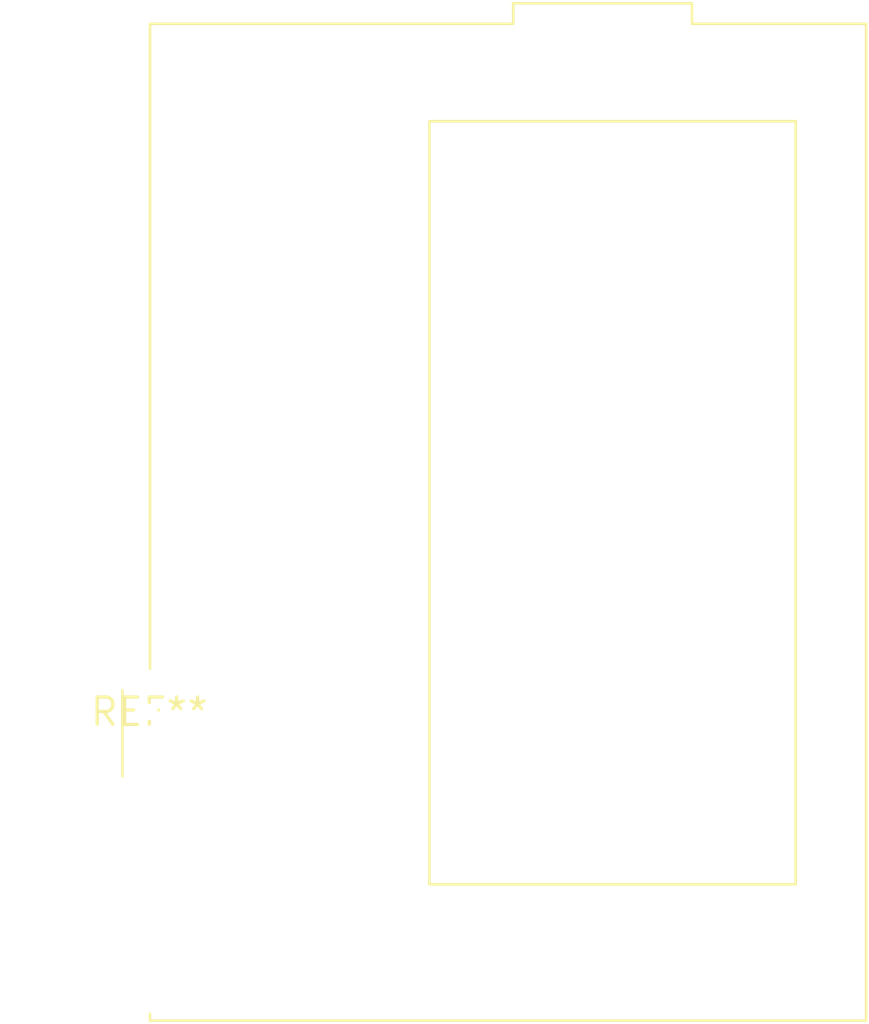
<source format=kicad_pcb>
(kicad_pcb (version 20240108) (generator pcbnew)
  (layers (0 "F.Cu" signal) (31 "B.Cu" signal) (34 "B.Paste" user) (35 "F.Paste" user) (36 "B.SilkS" user "B.Silkscreen") (37 "F.SilkS" user "F.Silkscreen") (38 "B.Mask" user) (39 "F.Mask" user) (44 "Edge.Cuts" user))
  (net 0 "")
  (footprint "EA_T123X-I2C" (layer "F.Cu") (at 0 0)
    (property "Reference" "REF**")
    (property "Value" "EA_T123X-I2C")
    (fp_line (start -1.25 -1) (end -1.25 3) (layer "F.SilkS") (stroke (width 0.12)))
    (fp_line (start 0.03 -31.92) (end 0.03 -2) (layer "F.SilkS") (stroke (width 0.12)))
    (fp_line (start 0.03 -31.92) (end 16.89 -31.92) (layer "F.SilkS") (stroke (width 0.12)))
    (fp_line (start 0.03 14.32) (end 0.03 14) (layer "F.SilkS") (stroke (width 0.12)))
    (fp_line (start 13 -27.4) (end 30 -27.4) (layer "F.SilkS") (stroke (width 0.12)))
    (fp_line (start 13 8) (end 13 -27.4) (layer "F.SilkS") (stroke (width 0.12)))
    (fp_line (start 13 8) (end 30 8) (layer "F.SilkS") (stroke (width 0.12)))
    (fp_line (start 16.89 -32.87) (end 16.89 -31.94) (layer "F.SilkS") (stroke (width 0.12)))
    (fp_line (start 25.19 -32.87) (end 16.89 -32.87) (layer "F.SilkS") (stroke (width 0.12)))
    (fp_line (start 25.19 -31.93) (end 25.19 -32.87) (layer "F.SilkS") (stroke (width 0.12)))
    (fp_line (start 25.19 -31.92) (end 33.27 -31.92) (layer "F.SilkS") (stroke (width 0.12)))
    (fp_line (start 30 -27.4) (end 30 8) (layer "F.SilkS") (stroke (width 0.12)))
    (fp_line (start 33.27 -31.92) (end 33.27 14.32) (layer "F.SilkS") (stroke (width 0.12)))
    (fp_line (start 33.27 14.32) (end 0.03 14.32) (layer "F.SilkS") (stroke (width 0.12)))
    (pad "1" thru_hole rect (at 0 0) (size 1.5 1.5) (drill 0.75) (layers *.Cu *.Mask) (remove_unused_layers))
    (pad "2" thru_hole circle (at 0 2.54) (size 1.5 1.5) (drill 0.75) (layers *.Cu *.Mask) (remove_unused_layers))
    (pad "3" thru_hole circle (at 0 5.08) (size 1.5 1.5) (drill 0.75) (layers *.Cu *.Mask) (remove_unused_layers))
    (pad "4" thru_hole circle (at 0 7.62) (size 1.5 1.5) (drill 0.75) (layers *.Cu *.Mask) (remove_unused_layers))
    (pad "5" thru_hole circle (at 0 10.16) (size 1.5 1.5) (drill 0.75) (layers *.Cu *.Mask) (remove_unused_layers))
    (pad "6" thru_hole circle (at 0 12.7) (size 1.5 1.5) (drill 0.75) (layers *.Cu *.Mask) (remove_unused_layers))
  )
)
</source>
